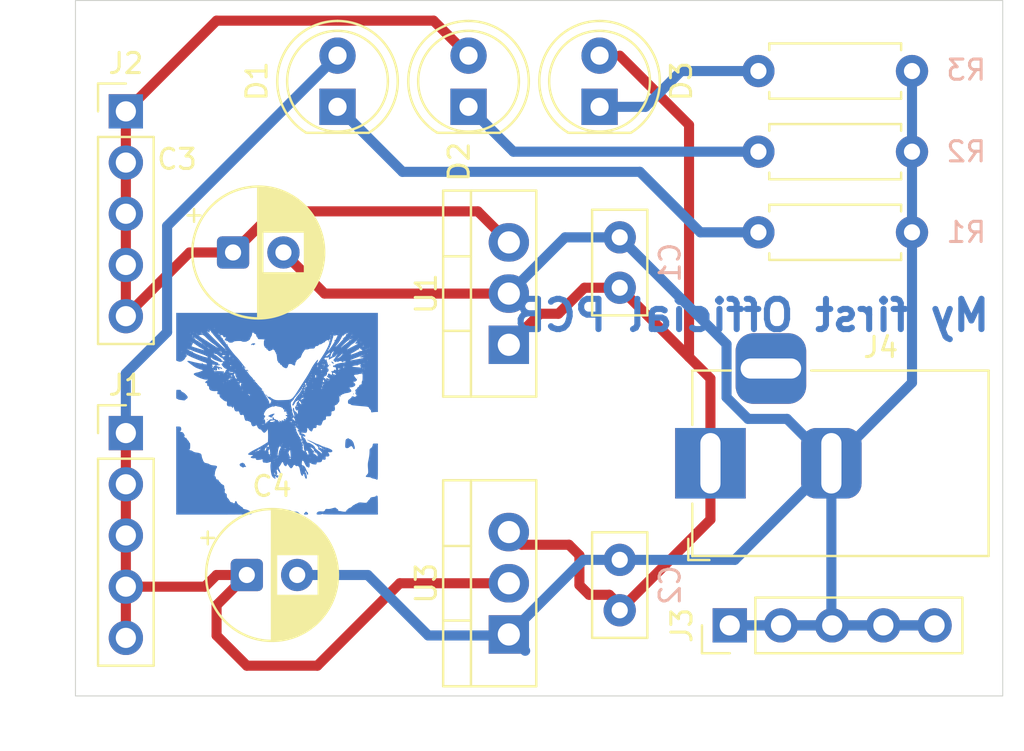
<source format=kicad_pcb>
(kicad_pcb (version 20241229) (generator "pcbnew") (generator_version "9.0")
  (layers (0 "F.Cu" signal) (2 "B.Cu" signal) (13 "F.Paste" user) (15 "B.Paste" user) (5 "F.SilkS" user "F.Silkscreen") (7 "B.SilkS" user "B.Silkscreen") (1 "F.Mask" user) (3 "B.Mask" user) (25 "Edge.Cuts" user))
  (net 0 "")
  (net 1 "Net-(D3-K)")
  (net 2 "Net-(D3-A)")
  (net 3 "GND")
  (net 4 "Net-(D1-A)")
  (net 5 "Net-(D2-A)")
  (net 6 "Net-(D1-K)")
  (net 7 "Net-(D2-K)")
  (footprint "Resistor_THT:R_Axial_DIN0207_L6.3mm_D2.5mm_P7.62mm_Horizontal" (layer "F.Cu") (at 204.88 82.5)
    (property "Reference" "R3")
    (property "Value" "R")
  )
  (footprint "Connector_PinHeader_2.54mm:PinHeader_1x05_P2.54mm_Vertical" (layer "F.Cu") (at 203.46 110 90)
    (property "Reference" "J3")
    (property "Value" "Conn_01x05_Pin")
  )
  (footprint "Resistor_THT:R_Axial_DIN0207_L6.3mm_D2.5mm_P7.62mm_Horizontal" (layer "F.Cu") (at 204.88 86.5)
    (property "Reference" "R2")
    (property "Value" "R")
  )
  (footprint "Connector_PinHeader_2.54mm:PinHeader_1x05_P2.54mm_Vertical" (layer "F.Cu") (at 173.5 100.46)
    (property "Reference" "J1")
    (property "Value" "Conn_01x05_Pin")
  )
  (footprint "LED_THT:LED_D5.0mm" (layer "F.Cu") (at 184 84.275 90)
    (property "Reference" "D1")
    (property "Value" "LED")
  )
  (footprint "LED_THT:LED_D5.0mm" (layer "F.Cu") (at 197 84.275 90)
    (property "Reference" "D3")
    (property "Value" "LED")
  )
  (footprint "Capacitor_THT:CP_Radial_D6.3mm_P2.50mm" (layer "F.Cu") (at 179.5 107.5)
    (property "Reference" "C4")
    (property "Value" "10uF")
  )
  (footprint "Connector_BarrelJack:BarrelJack_Horizontal" (layer "F.Cu") (at 202.5 101.9575 180)
    (property "Reference" "J4")
    (property "Value" "Barrel_Jack_MountingPin")
  )
  (footprint "Capacitor_THT:C_Disc_D5.0mm_W2.5mm_P2.50mm" (layer "F.Cu") (at 198 106.75 -90)
    (property "Reference" "C2")
    (property "Value" "C")
  )
  (footprint "Package_TO_SOT_THT:TO-220-3_Vertical" (layer "F.Cu") (at 192.5 110.45 90)
    (property "Reference" "U3")
    (property "Value" "LM1117T-3.3")
  )
  (footprint "LED_THT:LED_D5.0mm" (layer "F.Cu") (at 190.5 84.275 90)
    (property "Reference" "D2")
    (property "Value" "LED")
  )
  (footprint "Resistor_THT:R_Axial_DIN0207_L6.3mm_D2.5mm_P7.62mm_Horizontal" (layer "F.Cu") (at 204.88 90.5)
    (property "Reference" "R1")
    (property "Value" "R")
  )
  (footprint "Connector_PinHeader_2.54mm:PinHeader_1x05_P2.54mm_Vertical" (layer "F.Cu") (at 173.5 84.5)
    (property "Reference" "J2")
    (property "Value" "Conn_01x05_Pin")
  )
  (footprint "Package_TO_SOT_THT:TO-220-3_Vertical" (layer "F.Cu") (at 192.5 96.08 90)
    (property "Reference" "U1")
    (property "Value" "LM7805_TO220")
  )
  (footprint "Capacitor_THT:CP_Radial_D6.3mm_P2.50mm" (layer "F.Cu") (at 178.817621 91.5)
    (property "Reference" "C3")
    (property "Value" "10uF")
  )
  (footprint "Capacitor_THT:C_Disc_D5.0mm_W2.5mm_P2.50mm" (layer "F.Cu") (at 198 90.75 -90)
    (property "Reference" "C1")
    (property "Value" "C")
  )
  (footprint "LOGO" (layer "B.Cu") (at 181 99.5 180)
    (property "Reference" "G***" (hide yes))
    (property "Value" "LOGO" (hide yes))
  )
  (gr_rect (start 171 79) (end 217 113.5) (stroke (width 0.05)) (fill no) (layer "Edge.Cuts"))
  (gr_text "My first Official PCB" (at 216.5 95.5 0) (layer "B.Cu") (effects (font (size 1.5 1.5) (thickness 0.3) (bold yes)) (justify left bottom mirror)))
  (segment (start 201.05 82.5) (end 199.275 84.275) (width 0.5) (layer "B.Cu") (net 1))
  (segment (start 204.88 82.5) (end 201.05 82.5) (width 0.5) (layer "B.Cu") (net 1))
  (segment (start 199.275 84.275) (end 197 84.275) (width 0.5) (layer "B.Cu") (net 1))
  (segment (start 195.480818 106) (end 196 106.519182) (width 0.5) (layer "F.Cu") (net 2))
  (segment (start 202.5 97.75) (end 201.439 96.689) (width 0.5) (layer "F.Cu") (net 2))
  (segment (start 202.5 101.9575) (end 202.5 97.75) (width 0.5) (layer "F.Cu") (net 2))
  (segment (start 194.04 94.54) (end 192.5 96.08) (width 0.5) (layer "F.Cu") (net 2))
  (segment (start 197.481818 108.481818) (end 198 109) (width 0.5) (layer "F.Cu") (net 2))
  (segment (start 201.439 85.174) (end 201.439 96.689) (width 0.5) (layer "F.Cu") (net 2))
  (segment (start 202.5 104.75) (end 198 109.25) (width 0.5) (layer "F.Cu") (net 2))
  (segment (start 198 81.735) (end 201.439 85.174) (width 0.5) (layer "F.Cu") (net 2))
  (segment (start 198 93.25) (end 196.25 93.25) (width 0.5) (layer "F.Cu") (net 2))
  (segment (start 202.5 101.9575) (end 202.5 104.75) (width 0.5) (layer "F.Cu") (net 2))
  (segment (start 201.439 96.689) (end 198 93.25) (width 0.5) (layer "F.Cu") (net 2))
  (segment (start 196.25 93.25) (end 194.96 94.54) (width 0.5) (layer "F.Cu") (net 2))
  (segment (start 198 109) (end 198 109.25) (width 0.5) (layer "F.Cu") (net 2))
  (segment (start 192.5 105.37) (end 193.13 106) (width 0.5) (layer "F.Cu") (net 2))
  (segment (start 194.96 94.54) (end 194.04 94.54) (width 0.5) (layer "F.Cu") (net 2))
  (segment (start 196 106.519182) (end 196 108.001) (width 0.5) (layer "F.Cu") (net 2))
  (segment (start 193.13 106) (end 195.480818 106) (width 0.5) (layer "F.Cu") (net 2))
  (segment (start 196 108.001) (end 196.480818 108.481818) (width 0.5) (layer "F.Cu") (net 2))
  (segment (start 196.480818 108.481818) (end 197.481818 108.481818) (width 0.5) (layer "F.Cu") (net 2))
  (segment (start 183.357621 93.54) (end 181.317621 91.5) (width 0.5) (layer "F.Cu") (net 3))
  (segment (start 192.5 93.54) (end 183.357621 93.54) (width 0.5) (layer "F.Cu") (net 3))
  (segment (start 206.299 99.7565) (end 208.5 101.9575) (width 0.5) (layer "B.Cu") (net 3))
  (segment (start 188.5 110.5) (end 185.5 107.5) (width 0.5) (layer "B.Cu") (net 3))
  (segment (start 208.5 109.96) (end 208.54 110) (width 0.5) (layer "B.Cu") (net 3))
  (segment (start 185.5 107.5) (end 182 107.5) (width 0.5) (layer "B.Cu") (net 3))
  (segment (start 198 106.75) (end 196.2 106.75) (width 0.5) (layer "B.Cu") (net 3))
  (segment (start 208.5 101.9575) (end 208.5 109.96) (width 0.5) (layer "B.Cu") (net 3))
  (segment (start 195.29 90.75) (end 192.5 93.54) (width 0.5) (layer "B.Cu") (net 3))
  (segment (start 203.299 96.049) (end 203.299 98.689044) (width 0.5) (layer "B.Cu") (net 3))
  (segment (start 198 90.75) (end 203.299 96.049) (width 0.5) (layer "B.Cu") (net 3))
  (segment (start 203.299 98.689044) (end 204.366456 99.7565) (width 0.5) (layer "B.Cu") (net 3))
  (segment (start 208.54 110) (end 206 110) (width 0.5) (layer "B.Cu") (net 3))
  (segment (start 198 90.75) (end 195.29 90.75) (width 0.5) (layer "B.Cu") (net 3))
  (segment (start 212.5 90.5) (end 212.5 97.9575) (width 0.5) (layer "B.Cu") (net 3))
  (segment (start 198 106.75) (end 203.7075 106.75) (width 0.5) (layer "B.Cu") (net 3))
  (segment (start 192 110.5) (end 188.5 110.5) (width 0.5) (layer "B.Cu") (net 3))
  (segment (start 212.5 97.9575) (end 208.5 101.9575) (width 0.5) (layer "B.Cu") (net 3))
  (segment (start 203.46 110) (end 213.62 110) (width 0.5) (layer "B.Cu") (net 3))
  (segment (start 211.08 110) (end 208.54 110) (width 0.5) (layer "B.Cu") (net 3))
  (segment (start 206 110) (end 203.46 110) (width 0.5) (layer "B.Cu") (net 3))
  (segment (start 213.62 110) (end 211.08 110) (width 0.5) (layer "B.Cu") (net 3))
  (segment (start 212.5 82.5) (end 212.5 90.5) (width 0.5) (layer "B.Cu") (net 3))
  (segment (start 203.7075 106.75) (end 208.5 101.9575) (width 0.5) (layer "B.Cu") (net 3))
  (segment (start 196.2 106.75) (end 192.5 110.45) (width 0.5) (layer "B.Cu") (net 3))
  (segment (start 204.366456 99.7565) (end 206.299 99.7565) (width 0.5) (layer "B.Cu") (net 3))
  (segment (start 192.05 110.45) (end 192 110.5) (width 0.5) (layer "B.Cu") (net 3))
  (segment (start 193.31 111.26) (end 192.5 110.45) (width 0.5) (layer "B.Cu") (net 3))
  (segment (start 192.5 110.45) (end 192.05 110.45) (width 0.5) (layer "B.Cu") (net 3))
  (segment (start 179.5 112) (end 178 110.5) (width 0.5) (layer "F.Cu") (net 4))
  (segment (start 192.5 107.91) (end 187.09 107.91) (width 0.5) (layer "F.Cu") (net 4))
  (segment (start 183 112) (end 179.5 112) (width 0.5) (layer "F.Cu") (net 4))
  (segment (start 178 107.5) (end 177.42 108.08) (width 0.5) (layer "F.Cu") (net 4))
  (segment (start 187.09 107.91) (end 183 112) (width 0.5) (layer "F.Cu") (net 4))
  (segment (start 173.5 110.62) (end 173.5 100.46) (width 0.5) (layer "F.Cu") (net 4))
  (segment (start 178 109) (end 179.5 107.5) (width 0.5) (layer "F.Cu") (net 4))
  (segment (start 179.5 107.5) (end 178 107.5) (width 0.5) (layer "F.Cu") (net 4))
  (segment (start 178 110.5) (end 178 109) (width 0.5) (layer "F.Cu") (net 4))
  (segment (start 177.42 108.08) (end 173.5 108.08) (width 0.5) (layer "F.Cu") (net 4))
  (segment (start 175.54501 90.18999) (end 175.54501 95.45499) (width 0.5) (layer "B.Cu") (net 4))
  (segment (start 173.5 97.5) (end 173.5 100.46) (width 0.5) (layer "B.Cu") (net 4))
  (segment (start 175.54501 95.45499) (end 173.5 97.5) (width 0.5) (layer "B.Cu") (net 4))
  (segment (start 184 81.735) (end 175.54501 90.18999) (width 0.5) (layer "B.Cu") (net 4))
  (segment (start 190.96 89.46) (end 180.857621 89.46) (width 0.5) (layer "F.Cu") (net 5))
  (segment (start 178 80) (end 188.765 80) (width 0.5) (layer "F.Cu") (net 5))
  (segment (start 173.5 84.5) (end 178 80) (width 0.5) (layer "F.Cu") (net 5))
  (segment (start 173.5 94.66) (end 173.5 84.5) (width 0.5) (layer "F.Cu") (net 5))
  (segment (start 188.765 80) (end 190.5 81.735) (width 0.5) (layer "F.Cu") (net 5))
  (segment (start 178.817621 91.5) (end 176.66 91.5) (width 0.5) (layer "F.Cu") (net 5))
  (segment (start 176.66 91.5) (end 173.5 94.66) (width 0.5) (layer "F.Cu") (net 5))
  (segment (start 180.857621 89.46) (end 178.817621 91.5) (width 0.5) (layer "F.Cu") (net 5))
  (segment (start 192.5 91) (end 190.96 89.46) (width 0.5) (layer "F.Cu") (net 5))
  (segment (start 184 84.275) (end 187.225 87.5) (width 0.5) (layer "B.Cu") (net 6))
  (segment (start 187.225 87.5) (end 199 87.5) (width 0.5) (layer "B.Cu") (net 6))
  (segment (start 199 87.5) (end 202 90.5) (width 0.5) (layer "B.Cu") (net 6))
  (segment (start 202 90.5) (end 204.88 90.5) (width 0.5) (layer "B.Cu") (net 6))
  (segment (start 192.725 86.5) (end 204.88 86.5) (width 0.5) (layer "B.Cu") (net 7))
  (segment (start 190.5 84.275) (end 192.725 86.5) (width 0.5) (layer "B.Cu") (net 7))
)
</source>
